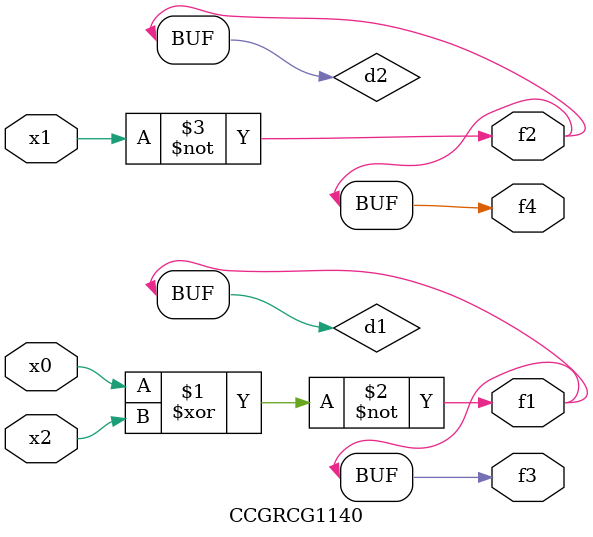
<source format=v>
module CCGRCG1140(
	input x0, x1, x2,
	output f1, f2, f3, f4
);

	wire d1, d2, d3;

	xnor (d1, x0, x2);
	nand (d2, x1);
	nor (d3, x1, x2);
	assign f1 = d1;
	assign f2 = d2;
	assign f3 = d1;
	assign f4 = d2;
endmodule

</source>
